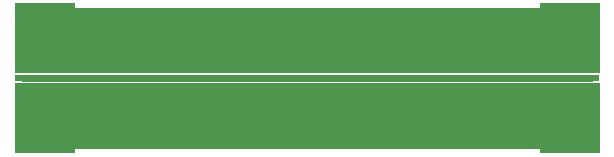
<source format=gtl>
G04 EAGLE Gerber RS-274X export*
G75*
%MOMM*%
%FSLAX34Y34*%
%LPD*%
%INTop Copper*%
%IPPOS*%
%AMOC8*
5,1,8,0,0,1.08239X$1,22.5*%
G01*
%ADD10C,2.971800*%
%ADD11R,1.397000X0.558800*%
%ADD12C,0.654000*%
%ADD13C,0.558800*%

G36*
X13975Y67817D02*
X13975Y67817D01*
X13975Y67818D01*
X13975Y67819D01*
X481325Y67819D01*
X481325Y67818D01*
X481329Y67813D01*
X481330Y67813D01*
X495300Y67813D01*
X495305Y67817D01*
X495305Y67818D01*
X495305Y127000D01*
X495301Y127005D01*
X495300Y127005D01*
X444500Y127005D01*
X444495Y127001D01*
X444495Y127000D01*
X444495Y123189D01*
X50805Y123189D01*
X50805Y127000D01*
X50801Y127005D01*
X50800Y127005D01*
X0Y127005D01*
X-5Y127001D01*
X-5Y127000D01*
X-5Y67818D01*
X-1Y67813D01*
X0Y67813D01*
X13970Y67813D01*
X13975Y67817D01*
G37*
G36*
X50805Y-1D02*
X50805Y-1D01*
X50805Y0D01*
X50805Y3811D01*
X444495Y3811D01*
X444495Y0D01*
X444499Y-5D01*
X444500Y-5D01*
X495300Y-5D01*
X495305Y-1D01*
X495305Y0D01*
X495305Y59182D01*
X495301Y59187D01*
X495300Y59187D01*
X481330Y59187D01*
X481325Y59183D01*
X481325Y59182D01*
X481325Y59181D01*
X13975Y59181D01*
X13975Y59182D01*
X13971Y59187D01*
X13970Y59187D01*
X0Y59187D01*
X-5Y59183D01*
X-5Y59182D01*
X-5Y0D01*
X-1Y-5D01*
X0Y-5D01*
X50800Y-5D01*
X50805Y-1D01*
G37*
D10*
X467360Y111125D03*
X467360Y15875D03*
D11*
X488315Y63500D03*
D10*
X27940Y15875D03*
X27940Y111125D03*
D11*
X6985Y63500D03*
D12*
X6350Y76200D03*
X6350Y50800D03*
X31750Y76200D03*
X57150Y76200D03*
X82550Y76200D03*
X107950Y76200D03*
X133350Y76200D03*
X158750Y76200D03*
X184150Y76200D03*
X209550Y76200D03*
X234950Y76200D03*
X260350Y76200D03*
X285750Y76200D03*
X311150Y76200D03*
X336550Y76200D03*
X361950Y76200D03*
X387350Y76200D03*
X412750Y76200D03*
X438150Y76200D03*
X463550Y76200D03*
X31750Y50800D03*
X57150Y50800D03*
X82550Y50800D03*
X107950Y50800D03*
X133350Y50800D03*
X158750Y50800D03*
X184150Y50800D03*
X209550Y50800D03*
X234950Y50800D03*
X260350Y50800D03*
X285750Y50800D03*
X311150Y50800D03*
X336550Y50800D03*
X361950Y50800D03*
X387350Y50800D03*
X412750Y50800D03*
X438150Y50800D03*
X463550Y50800D03*
X488950Y76200D03*
X488950Y50800D03*
X6350Y114300D03*
X57150Y114300D03*
X82550Y114300D03*
X107950Y114300D03*
X133350Y114300D03*
X158750Y114300D03*
X184150Y114300D03*
X209550Y114300D03*
X234950Y114300D03*
X260350Y114300D03*
X285750Y114300D03*
X311150Y114300D03*
X336550Y114300D03*
X361950Y114300D03*
X387350Y114300D03*
X412750Y114300D03*
X438150Y114300D03*
X488950Y114300D03*
X6350Y12700D03*
X57150Y12700D03*
X82550Y12700D03*
X107950Y12700D03*
X133350Y12700D03*
X158750Y12700D03*
X184150Y12700D03*
X209550Y12700D03*
X234950Y12700D03*
X260350Y12700D03*
X285750Y12700D03*
X311150Y12700D03*
X336550Y12700D03*
X361950Y12700D03*
X387350Y12700D03*
X412750Y12700D03*
X438150Y12700D03*
X488950Y12700D03*
D13*
X488315Y63500D02*
X6985Y63500D01*
M02*

</source>
